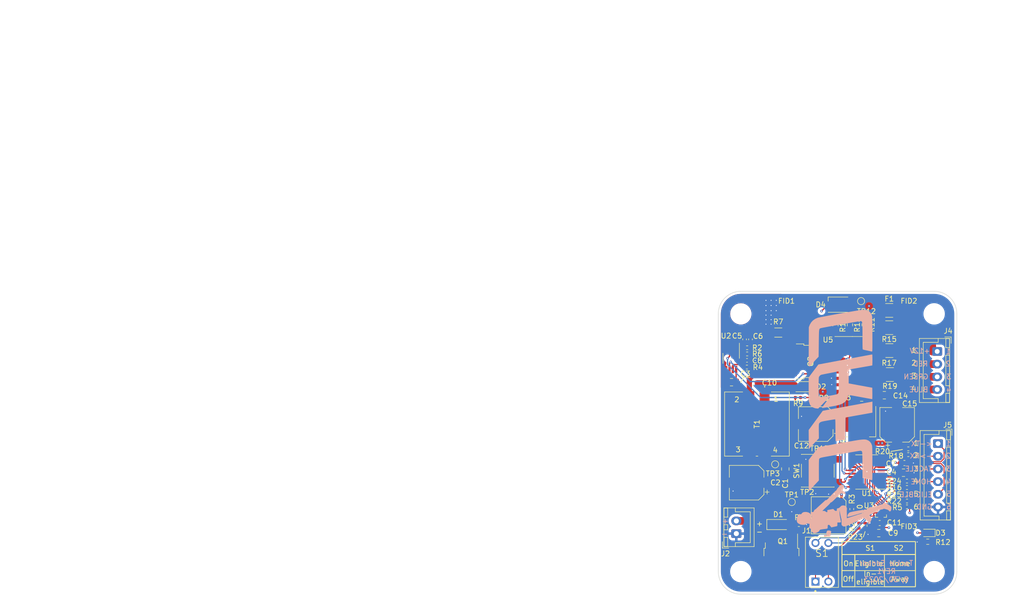
<source format=kicad_pcb>
(kicad_pcb (version 20211014) (generator pcbnew)
  (title_block (title "Tackle Sensor") (date "2023-08-31") (rev "REV1"))
  (layers (0 "F.Cu" signal) (1 "In1.Cu" signal) (2 "In2.Cu" signal) (31 "B.Cu" signal) (34 "B.Paste" user) (35 "F.Paste" user) (36 "B.SilkS" user "B.Silkscreen") (37 "F.SilkS" user "F.Silkscreen") (38 "B.Mask" user) (39 "F.Mask" user) (44 "Edge.Cuts" user))
  (net 0 "")
  (net 1 "GND")
  (net 2 "Net-(F1-Pad2)")
  (net 3 "Net-(J2-Pad2)")
  (net 4 "+3V3")
  (net 5 "/SWDIO")
  (net 6 "Net-(C8-Pad1)")
  (net 7 "Net-(C6-Pad1)")
  (net 8 "Net-(R4-Pad1)")
  (net 9 "+12V")
  (net 10 "/SWCLK")
  (net 11 "R_PWM")
  (net 12 "G_PWM")
  (net 13 "B_PWM")
  (net 14 "TACKLE_STATUS")
  (net 15 "/RST")
  (net 16 "Net-(R11-Pad2)")
  (net 17 "Net-(D3-Pad1)")
  (net 18 "UART_TX")
  (net 19 "/SPI1_SCK")
  (net 20 "/SPI1_NSS")
  (net 21 "/SPI1_MISO")
  (net 22 "/SPI1_MOSI")
  (net 23 "/ACC_INT2")
  (net 24 "/ACC_INT1")
  (net 25 "UART_RX")
  (net 26 "Net-(C2-Pad1)")
  (net 28 "Net-(C5-Pad1)")
  (net 29 "Net-(C10-Pad1)")
  (net 30 "Net-(C10-Pad2)")
  (net 31 "Net-(D1-Pad2)")
  (net 32 "Net-(D4-Pad1)")
  (net 33 "Net-(D4-Pad3)")
  (net 34 "Net-(D4-Pad4)")
  (net 38 "Net-(J4-Pad2)")
  (net 39 "Net-(J4-Pad3)")
  (net 40 "Net-(J4-Pad4)")
  (net 41 "Net-(Q2-Pad1)")
  (net 42 "Net-(Q2-Pad2)")
  (net 43 "Net-(J5-Pad1)")
  (net 44 "Net-(R10-Pad1)")
  (net 45 "Net-(R13-Pad2)")
  (net 46 "Net-(R14-Pad2)")
  (net 47 "Net-(R15-Pad2)")
  (net 48 "Net-(R17-Pad2)")
  (net 49 "Net-(R19-Pad2)")
  (net 50 "Net-(J5-Pad3)")
  (net 52 "Net-(J5-Pad4)")
  (net 53 "ELIGIBLE_SELECT")
  (net 54 "HOME_SELECT")
  (net 55 "Net-(R8-Pad2)")
  (net 56 "Net-(R23-Pad1)")
  (net 57 "Net-(R21-Pad1)")
  (net 58 "Net-(J5-Pad5)")
  (net 59 "Net-(J5-Pad2)")
  (footprint "Resistor_SMD:R_0603_1608Metric" (layer "F.Cu") (at 179.832 79.185 -90)
    (fp_text reference "R14")
    (fp_text value "1k,1%,25mW")
  )
  (footprint "Package_SO:VSSOP-8_3.0x3.0mm_P0.65mm" (layer "F.Cu") (at 159.2757 85.7902 -90)
    (fp_text reference "U2")
    (fp_text value "LM3488")
  )
  (footprint "Fiducial:Fiducial_0.5mm_Mask1.5mm" (layer "F.Cu") (at 194.31 76.2)
    (fp_text reference "FID2")
    (fp_text value "Fiducial")
  )
  (footprint "MountingHole:MountingHole_3.2mm_M3" (layer "F.Cu") (at 161.1807 127.8272)
    (fp_text reference "H3" hide)
    (fp_text value "MountingHole")
  )
  (footprint "Resistor_SMD:R_0402_1005Metric" (layer "F.Cu") (at 193.923 111.252)
    (fp_text reference "R16")
    (fp_text value "220,1%,63mW")
  )
  (footprint "rfc_footprint_lib:20021121-00010C4LF" (layer "F.Cu") (at 178.478104 116.727402 180)
    (fp_text reference "J1")
    (fp_text value "Conn_ARM_JTAG_SWD_10")
  )
  (footprint "TestPoint:TestPoint_Pad_D1.0mm" (layer "F.Cu") (at 171.2137 114.1112)
    (fp_text reference "TP1")
    (fp_text value "TestPoint")
  )
  (footprint "MountingHole:MountingHole_3.2mm_M3" (layer "F.Cu") (at 199.2807 127.8272)
    (fp_text reference "H4" hide)
    (fp_text value "MountingHole")
  )
  (footprint "Resistor_SMD:R_1206_3216Metric" (layer "F.Cu") (at 168.5614 80.7102 180)
    (fp_text reference "R7")
    (fp_text value "25mOhm,1%,500mW")
  )
  (footprint "Fiducial:Fiducial_0.5mm_Mask1.5mm" (layer "F.Cu") (at 194.31 120.65)
    (fp_text reference "FID3")
    (fp_text value "Fiducial")
  )
  (footprint "Resistor_SMD:R_0402_1005Metric" (layer "F.Cu") (at 172.6127 118.5562)
    (fp_text reference "R1")
    (fp_text value "10k,1%,63mW")
  )
  (footprint "Capacitor_SMD:C_0603_1608Metric" (layer "F.Cu") (at 188.5495 118.2514 180)
    (fp_text reference "C11")
    (fp_text value "1uF, 50V")
  )
  (footprint "Resistor_SMD:R_1210_3225Metric" (layer "F.Cu") (at 190.5578 88.9906 180)
    (fp_text reference "R19")
    (fp_text value "0,0.5W")
  )
  (footprint "Resistor_SMD:R_1210_3225Metric" (layer "F.Cu") (at 190.4562 84.2662 180)
    (fp_text reference "R17")
    (fp_text value "0,0.5W")
  )
  (footprint "Fiducial:Fiducial_0.5mm_Mask1.5mm" (layer "F.Cu") (at 170.18 76.2)
    (fp_text reference "FID1")
    (fp_text value "Fiducial")
  )
  (footprint "Package_LGA:LGA-12_2x2mm_P0.5mm" (layer "F.Cu") (at 188.7905 116.0162 -90)
    (fp_text reference "U3")
    (fp_text value "LIS2DE12")
  )
  (footprint "Capacitor_SMD:C_0603_1608Metric" (layer "F.Cu") (at 193.421 106.426)
    (fp_text reference "C7")
    (fp_text value "1uF, 50V")
  )
  (footprint "Connector_JST:JST_XH_B2B-XH-A_1x02_P2.50mm_Vertical" (layer "F.Cu") (at 160.2917 120.3342 90)
    (fp_text reference "J2")
    (fp_text value "Conn_01x02_Male")
  )
  (footprint "Resistor_SMD:R_0603_1608Metric" (layer "F.Cu") (at 198.0184 121.9322 180)
    (fp_text reference "R12")
    (fp_text value "1k,1%,25mW")
  )
  (footprint "Capacitor_SMD:C_0805_2012Metric" (layer "F.Cu") (at 159.3417 90.4892 180)
    (fp_text reference "C3")
    (fp_text value "100nF, 50V")
  )
  (footprint "Capacitor_SMD:CP_Elec_6.3x5.8" (layer "F.Cu") (at 162.3237 110.3012 180)
    (fp_text reference "C2")
    (fp_text value "10uF, 50V")
  )
  (footprint "Resistor_SMD:R_0402_1005Metric" (layer "F.Cu") (at 183.0501 115.5062 -90)
    (fp_text reference "R3")
    (fp_text value "10k,1%,63mW")
  )
  (footprint "Resistor_SMD:R_0402_1005Metric" (layer "F.Cu") (at 194.183 103.632)
    (fp_text reference "R20")
    (fp_text value "220,1%,63mW")
  )
  (footprint "Resistor_SMD:R_0603_1608Metric" (layer "F.Cu") (at 185.5724 79.185 -90)
    (fp_text reference "R11")
    (fp_text value "1k,1%,25mW")
  )
  (footprint "Resistor_SMD:R_0402_1005Metric" (layer "F.Cu") (at 162.3725 87.5174)
    (fp_text reference "R4")
    (fp_text value "56.2k,1%,63mW")
  )
  (footprint "rfc_footprint_lib:test_point" (layer "F.Cu") (at 188.7397 114.1874)
    (fp_text reference "TP11" hide)
    (fp_text value "TestPoint")
  )
  (footprint "Capacitor_SMD:CP_Elec_6.3x5.8" (layer "F.Cu") (at 191.9909 98.8966 90)
    (fp_text reference "C15")
    (fp_text value "10uF, 50V")
  )
  (footprint "Button_Switch_SMD:SW_SPST_PTS645" (layer "F.Cu") (at 176.3445 107.939 180)
    (fp_text reference "SW1")
    (fp_text value "PTS645SL43SMTR92 LFS")
  )
  (footprint "Package_SO:TSSOP-20_4.4x6.5mm_P0.65mm" (layer "F.Cu") (at 185.9965 108.193 180)
    (fp_text reference "U1")
    (fp_text value "STM32G031Fx")
  )
  (footprint "Resistor_SMD:R_0402_1005Metric" (layer "F.Cu") (at 194.183 104.775)
    (fp_text reference "R18")
    (fp_text value "220,1%,63mW")
  )
  (footprint "Capacitor_SMD:C_0805_2012Metric" (layer "F.Cu") (at 188.3689 120.2326 180)
    (fp_text reference "C9")
    (fp_text value "100nF, 50V")
  )
  (footprint "Package_SO:SOIC-16_3.9x9.9mm_P1.27mm" (layer "F.Cu") (at 183.1517 86.5522)
    (fp_text reference "U5")
    (fp_text value "ULN2003ADR")
  )
  (footprint "rfc_footprint_lib:test_point" (layer "F.Cu") (at 188.4857 113.3746)
    (fp_text reference "TP13" hide)
    (fp_text value "TestPoint")
  )
  (footprint "rfc_footprint_lib:test_point" (layer "F.Cu") (at 187.1141 113.2222)
    (fp_text reference "TP8" hide)
    (fp_text value "TestPoint")
  )
  (footprint "Resistor_SMD:R_0402_1005Metric" (layer "F.Cu") (at 172.4309 93.5118 180)
    (fp_text reference "R9")
    (fp_text value "10k,1%,63mW")
  )
  (footprint "Resistor_SMD:R_0402_1005Metric" (layer "F.Cu") (at 162.4233 83.7022)
    (fp_text reference "R2")
    (fp_text value "634,.1%,63mW")
  )
  (footprint "Resistor_SMD:R_0402_1005Metric" (layer "F.Cu") (at 193.931 113.919 180)
    (fp_text reference "R22")
    (fp_text value "100k,1%,63mW")
  )
  (footprint "Resistor_SMD:R_0402_1005Metric" (layer "F.Cu") (at 185.674 118.7724 90)
    (fp_text reference "R23")
    (fp_text value "10k,1%,63mW")
  )
  (footprint "rfc_footprint_lib:DRQ125-150-R" (layer "F.Cu") (at 164.3557 98.7442 -90)
    (fp_text reference "T1")
    (fp_text value "DRQ125-330-R" hide)
  )
  (footprint "Resistor_SMD:R_0402_1005Metric" (layer "F.Cu") (at 175.3773 93.5118 180)
    (fp_text reference "R8")
    (fp_text value "84.5k,1%,63mW")
  )
  (footprint "Resistor_SMD:R_0402_1005Metric" (layer "F.Cu") (at 193.931 115.062 180)
    (fp_text reference "R5")
    (fp_text value "100k,1%,63mW")
  )
  (footprint "Package_TO_SOT_SMD:TO-252-2" (layer "F.Cu") (at 169.1827 125.7032 -90)
    (fp_text reference "Q1")
    (fp_text value "DMP4051LK3")
  )
  (footprint "Capacitor_SMD:C_0402_1005Metric" (layer "F.Cu") (at 163.0857 82.0538 90)
    (fp_text reference "C6")
    (fp_text value "0.22uF,10%,35V")
  )
  (footprint "Resistor_SMD:R_0603_1608Metric" (layer "F.Cu") (at 182.6768 79.185 -90)
    (fp_text reference "R13")
    (fp_text value "1k,1%,25mW")
  )
  (footprint "rfc_footprint_lib:SW_DS01-254-L-02BE" (layer "F.Cu") (at 177.165 125.984)
    (fp_text reference "S1")
    (fp_text value "DS01-254-L-02BE")
  )
  (footprint "Resistor_SMD:R_0402_1005Metric" (layer "F.Cu") (at 184.4548 118.7704 90)
    (fp_text reference "R21")
    (fp_text value "10k,1%,63mW")
  )
  (footprint "Capacitor_SMD:C_0402_1005Metric" (layer "F.Cu") (at 162.3973 86.1914)
    (fp_text reference "C8")
    (fp_text value "1nF, 50V")
  )
  (footprint "LED_SMD:LED_0603_1608Metric" (layer "F.Cu") (at 197.9929 120.205 180)
    (fp_text reference "D3")
    (fp_text value "LED")
  )
  (footprint "Resistor_SMD:R_0402_1005Metric" (layer "F.Cu") (at 162.4253 84.9214)
    (fp_text reference "R6")
    (fp_text value "100,1%,63mW")
  )
  (footprint "Capacitor_SMD:C_0402_1005Metric" (layer "F.Cu") (at 161.9173 82.0538 90)
    (fp_text reference "C5")
    (fp_text value "2200pF,10%,50V")
  )
  (footprint "Connector_JST:JST_XH_B6B-XH-A_1x06_P2.50mm_Vertical" (layer "F.Cu") (at 200.042 102.589 -90)
    (fp_text reference "J5")
    (fp_text value "Conn_01x06_Male")
  )
  (footprint "Connector_JST:JST_XH_B4B-XH-A_1x04_P2.50mm_Vertical" (layer "F.Cu") (at 199.8819 84.4332 -90)
    (fp_text reference "J4")
    (fp_text value "Conn_01x04_Male")
  )
  (footprint "Capacitor_SMD:C_0603_1608Metric" (layer "F.Cu") (at 163.6315 90.6162 180)
    (fp_text reference "C10")
    (fp_text value "1uF, 50V")
  )
  (footprint "Package_TO_SOT_SMD:SOT-223-3_TabPin2" (layer "F.Cu") (at 184.3709 99.3538 -90)
    (fp_text reference "U4")
    (fp_text value "LD1117S33TR_SOT223")
  )
  (footprint "Capacitor_SMD:C_0805_2012Metric" (layer "F.Cu") (at 189.4661 93.0546)
    (fp_text reference "C14")
    (fp_text value "100nF, 50V")
  )
  (footprint "Capacitor_SMD:CP_Elec_6.3x5.9" (layer "F.Cu") (at 175.9381 98.7442 180)
    (fp_text reference "C12")
    (fp_text value "22uF, 20V")
  )
  (footprint "Capacitor_SMD:C_0805_2012Metric" (layer "F.Cu") (at 184.9957 93.5118)
    (fp_text reference "C13")
    (fp_text value "100nF, 50V")
  )
  (footprint "rfc_footprint_lib:test_point" (layer "F.Cu") (at 174.2617 112.6634)
    (fp_text reference "TP2")
    (fp_text value "TestPoint")
  )
  (footprint "rfc_footprint_lib:test_point" (layer "F.Cu") (at 187.7745 114.289)
    (fp_text reference "TP10" hide)
    (fp_text value "TestPoint")
  )
  (footprint "Package_TO_SOT_SMD:TO-252-2" (layer "F.Cu") (at 171.1279 86.3988 180)
    (fp_text reference "Q2")
    (fp_text value "NCE0110K")
  )
  (footprint "rfc_footprint_lib:test_point" (layer "F.Cu") (at 189.9081 113.9842)
    (fp_text reference "TP14" hide)
    (fp_text value "TestPoint")
  )
  (footprint "Capacitor_SMD:C_0805_2012Metric" (layer "F.Cu") (at 193.233 108.331)
    (fp_text reference "C4")
    (fp_text value "100nF, 50V")
  )
  (footprint "Resistor_SMD:R_0402_1005Metric" (layer "F.Cu") (at 193.923 109.982)
    (fp_text reference "R24")
    (fp_text value "220,1%,63mW")
  )
  (footprint "MountingHole:MountingHole_3.2mm_M3" (layer "F.Cu") (at 199.2807 77.0272)
    (fp_text reference "H2" hide)
    (fp_text value "MountingHole")
  )
  (footprint "Diode_SMD:D_SOD-123" (layer "F.Cu") (at 168.5467 118.5562)
    (fp_text reference "D1")
    (fp_text value "BZT52-B15_R1_00001")
  )
  (footprint "Resistor_SMD:R_0402_1005Metric" (layer "F.Cu") (at 186.182 116.3808 -90)
    (fp_text reference "R10")
    (fp_text value "0,63mW")
  )
  (footprint "TestPoint:TestPoint_Pad_D1.0mm" (layer "F.Cu") (at 167.9448 106.68)
    (fp_text reference "TP3")
    (fp_text value "TestPoint")
  )
  (footprint "LED_SMD:LED_Cree-PLCC4_3.2x2.8mm_CCW" (layer "F.Cu") (at 180.34 75.2094)
    (fp_text reference "D4")
    (fp_text value "CLV1A-FKB-CK1VW1DE1BB7C3C3")
  )
  (footprint "Resistor_SMD:R_0402_1005Metric" (layer "F.Cu") (at 193.927 112.522)
    (fp_text reference "R25")
    (fp_text value "220,1%,63mW")
  )
  (footprint "Resistor_SMD:R_1210_3225Metric" (layer "F.Cu") (at 190.4268 79.745 180)
    (fp_text reference "R15")
    (fp_text value "0,0.5W")
  )
  (footprint "MountingHole:MountingHole_3.2mm_M3" (layer "F.Cu") (at 161.1807 77.0272)
    (fp_text reference "H1" hide)
    (fp_text value "MountingHole")
  )
  (footprint "Resistor_SMD:R_1210_3225Metric" (layer "F.Cu") (at 190.4268 76.3414)
    (fp_text reference "F1")
    (fp_text value "1210L075YR")
  )
  (footprint "rfc_footprint_lib:test_point" (layer "F.Cu") (at 186.4029 113.6286)
    (fp_text reference "TP9" hide)
    (fp_text value "TestPoint")
  )
  (footprint "TestPoint:TestPoint_Pad_D1.0mm" (layer "F.Cu") (at 179.578 103.505)
    (fp_text reference "TP15")
    (fp_text value "TestPoint")
  )
  (footprint "Capacitor_SMD:C_0805_2012Metric" (layer "F.Cu") (at 169.9437 107.5986 90)
    (fp_text reference "C1")
    (fp_text value "100nF, 50V")
  )
  (footprint "Diode_SMD:D_SOD-123F" (layer "F.Cu") (at 173.6745 91.3782 180)
    (fp_text reference "D2")
    (fp_text value "DSK34")
  )
  (footprint "TestPoint:TestPoint_Pad_D1.0mm" (layer "F.Cu") (at 184.8789 74.5126)
    (fp_text reference "TP12")
    (fp_text value "TestPoint")
  )
  (footprint "rfc_footprint_lib:new_logo_mask" (layer "B.Cu") (at 181.24138 99.00028 -90)
    (fp_text reference "G***")
    (fp_text value "LOGO" hide)
  )
  (footprint "rfc_footprint_lib:new_logo_silk" (layer "B.Cu") (at 181.24138 99.00028 -90)
    (fp_text reference "G***")
    (fp_text value "LOGO" hide)
  )
  (gr_rect (start 183.642 127.635) (end 181.102 130.81) (layer "F.SilkS") (width 0.155) (fill none))
  (gr_rect (start 195.58 130.81) (end 189.484 124.46) (layer "F.SilkS") (width 0.155) (fill none))
  (gr_rect (start 181.102 121.92) (end 195.58 124.46) (layer "F.SilkS") (width 0.155) (fill none))
  (gr_rect (start 183.642 127.635) (end 181.102 124.46) (layer "F.SilkS") (width 0.155) (fill none))
  (gr_line (start 162.9841 89.5494) (end 161.6633 89.5494) (layer "F.SilkS") (width 0.155))
  (gr_line (start 161.6633 89.5494) (end 161.1553 90.5654) (layer "F.SilkS") (width 0.155))
  (gr_rect (start 181.102 121.92) (end 195.58 130.81) (layer "F.SilkS") (width 0.155) (fill none))
  (gr_line (start 190.754 104.14) (end 193.04 103.759) (layer "F.SilkS") (width 0.155))
  (gr_rect (start 183.642 124.46) (end 195.58 127.635) (layer "F.SilkS") (width 0.155) (fill none))
  (gr_line (start 185.3184 121.0056) (end 185.674 119.9388) (layer "F.SilkS") (width 0.155))
  (gr_line (start 203.757602 77.0272) (end 203.757602 127.8272) (layer "Edge.Cuts") (width 0.1))
  (gr_arc (start 156.7357 77.0272) (mid 158.03761 73.88411) (end 161.1807 72.5822) (layer "Edge.Cuts") (width 0.1))
  (gr_line (start 199.312602 132.2722) (end 161.1807 132.2722) (layer "Edge.Cuts") (width 0.1))
  (gr_arc (start 199.312602 72.5822) (mid 202.455692 73.88411) (end 203.757602 77.0272) (layer "Edge.Cuts") (width 0.1))
  (gr_line (start 156.7357 127.8272) (end 156.7357 77.0272) (layer "Edge.Cuts") (width 0.1))
  (gr_line (start 161.1807 72.5822) (end 199.312602 72.5822) (layer "Edge.Cuts") (width 0.1))
  (gr_arc (start 203.757602 127.8272) (mid 202.455692 130.97029) (end 199.312602 132.2722) (layer "Edge.Cuts") (width 0.1))
  (gr_arc (start 161.1807 132.2722) (mid 158.03761 130.97029) (end 156.7357 127.8272) (layer "Edge.Cuts") (width 0.1))
  (gr_text "HOME" (at 196.723 110.109) (layer "B.SilkS") (effects (font (size 1 1)) (justify mirror)))
  (gr_text "4" (at 202.184 91.948) (layer "B.SilkS") (effects (font (size 1.016 1.016) (thickness 0.1524)) (justify mirror)))
  (gr_text "<-TX" (at 196.85 102.616) (layer "B.SilkS") (effects (font (size 1 1)) (justify mirror)))
  (gr_text "GND" (at 197.358 115.062) (layer "B.SilkS") (effects (font (size 1 1)) (justify mirror)))
  (gr_text "Tackle Sensor\nREV1\n8/30/2023\n" (at 189.865 127.762) (layer "B.SilkS") (effects (font (size 1 1)) (justify mirror)))
  (gr_text "3" (at 202.184 89.408) (layer "B.SilkS") (effects (font (size 1.016 1.016) (thickness 0.1524)) (justify mirror)))
  (gr_text "TACKLE" (at 196.215 107.569) (layer "B.SilkS") (effects (font (size 1 1)) (justify mirror)))
  (gr_text "6" (at 202.184 115.062) (layer "B.SilkS") (effects (font (size 1.016 1.016) (thickness 0.1524)) (justify mirror)))
  (gr_text "3" (at 202.184 107.569) (layer "B.SilkS") (effects (font (size 1.016 1.016) (thickness 0.1524)) (justify mirror)))
  (gr_text "+" (at 158.115 117.856) (layer "B.SilkS") (effects (font (size 1.016 1.016) (thickness 0.1524)) (justify mirror)))
  (gr_text "-" (at 157.988 120.396) (layer "B.SilkS") (effects (font (size 1.016 1.016) (thickness 0.1524)) (justify mirror)))
  (gr_text "2" (at 202.057 105.029) (layer "B.SilkS") (effects (font (size 1.016 1.016) (thickness 0.1524)) (justify mirror)))
  (gr_text "+12V" (at 196.469 84.328) (layer "B.SilkS") (effects (font (size 1 1)) (justify mirror)))
  (gr_text "GREEN" (at 195.707 89.408) (layer "B.SilkS") (effects (font (size 1 1)) (justify mirror)))
  (gr_text "2" (at 202.057 86.868) (layer "B.SilkS") (effects (font (size 1.016 1.016) (thickness 0.1524)) (justify mirror)))
  (gr_text "4" (at 202.184 110.109) (layer "B.SilkS") (effects (font (size 1.016 1.016) (thickness 0.1524)) (justify mirror)))
  (gr_text "5" (at 202.184 112.522) (layer "B.SilkS") (effects (font (size 1.016 1.016) (thickness 0.1524)) (justify mirror)))
  (gr_text "ELIGIBLE" (at 195.707 112.649) (layer "B.SilkS") (effects (font (size 1 1)) (justify mirror)))
  (gr_text "1" (at 202.057 84.455) (layer "B.SilkS") (effects (font (size 1.016 1.016) (thickness 0.1524)) (justify mirror)))
  (gr_text "RED" (at 196.596 86.868) (layer "B.SilkS") (effects (font (size 1 1)) (justify mirror)))
  (gr_text "BLUE" (at 196.215 91.948) (layer "B.SilkS") (effects (font (size 1 1)) (justify mirror)))
  (gr_text "1" (at 202.057 102.616) (layer "B.SilkS") (effects (font (size 1.016 1.016) (thickness 0.1524)) (justify mirror)))
  (gr_text "->RX" (at 196.723 105.029) (layer "B.SilkS") (effects (font (size 1 1)) (justify mirror)))
  (gr_text "S1" (at 186.69 123.19) (layer "F.SilkS") (effects (font (size 1 1))))
  (gr_text "3" (at 195.707 107.569) (layer "F.SilkS") (effects (font (size 1 1))))
  (gr_text "Off" (at 182.372 129.286) (layer "F.SilkS") (effects (font (size 1 1))))
  (gr_text "5" (at 195.707 112.522) (layer "F.SilkS") (effects (font (size 1 1))))
  (gr_text "4" (at 195.707 109.982) (layer "F.SilkS") (effects (font (size 1 1))))
  (gr_text "3" (at 160.6473 103.7734) (layer "F.SilkS") (effects (font (size 1 1))))
  (gr_text "4" (at 167.9625 103.875) (layer "F.SilkS") (effects (font (size 1 1))))
  (gr_text "6" (at 195.707 115.062) (layer "F.SilkS") (effects (font (size 1 1))))
  (gr_text "Home" (at 192.532 126.238) (layer "F.SilkS") (effects (font (size 1 1))))
  (gr_text "2" (at 195.2929 86.7046) (layer "F.SilkS") (effects (font (size 1 1))))
  (gr_text "S2" (at 192.278 123.19) (layer "F.SilkS") (effects (font (size 1 1))))
  (gr_text "In-\neligible" (at 186.69 129.032) (layer "F.SilkS") (effects (font (size 1 1))))
  (gr_text "3" (at 195.2929 89.2446) (layer "F.SilkS") (effects (font (size 1 1))))
  (gr_text "On" (at 182.372 126.238) (layer "F.SilkS") (effects (font (size 1 1))))
  (gr_text "Away" (at 192.532 129.286) (layer "F.SilkS") (effects (font (size 1 1))))
  (gr_text "4" (at 195.2929 91.7846) (layer "F.SilkS") (effects (font (size 1 1))))
  (gr_text "1" (at 195.2929 84.1646) (layer "F.SilkS") (effects (font (size 1 1))))
  (gr_text "2" (at 160.3933 93.9182) (layer "F.SilkS") (effects (font (size 1 1))))
  (gr_text "-\n+" (at 164.8637 119.3182 180) (layer "F.SilkS") (effects (font (size 1 1))))
  (gr_text "1" (at 168.1149 93.8166) (layer "F.SilkS") (effects (font (size 1 1))))
  (gr_text "Eligible" (at 186.436 126.238) (layer "F.SilkS") (effects (font (size 1 1))))
  (gr_text "2" (at 195.707 104.902) (layer "F.SilkS") (effects (font (size 1 1))))
  (gr_text "1" (at 195.707 102.489) (layer "F.SilkS") (effects (font (size 1 1))))
  (segment (start 189.7117 96.1966) (end 189.7045 96.2038) (width 1.016) (layer "F.Cu") (net 1))
  (segment (start 162.8557 107.0692) (end 159.6237 110.3012) (width 1.524) (layer "F.Cu") (net 1))
  (segment (start 180.6767 90.9972) (end 179.1131 90.9972) (width 0.508) (layer "F.Cu") (net 1))
  (segment (start 191.9909 96.1966) (end 189.7117 96.1966) (width 1.016) (layer "F.Cu") (net 1))
  (segment (start 187.5245 116.2662) (end 187.3681 116.4226) (width 0.2286) (layer "F.Cu") (net 1))
  (segment (start 186.6569 118.2514) (end 185.685 118.2514) (width 0.2) (layer "F.Cu") (net 1))
  (segment (start 173.1381 98.7442) (end 173.1381 97.2262) (width 1.016) (layer "F.Cu") (net 1))
  (segment (start 181.828089 116.218211) (end 180.368911 116.218211) (width 0.2286) (layer "F.Cu") (net 1))
  (segment (start 187.4702 117.1343) (end 187.4702 116.7787) (width 0.2286) (layer "F.Cu") (net 1))
  (segment (start 187.4702 116.7787) (end 188.0405 116.7787) (width 0.2286) (layer "F.Cu") (net 1))
  (segment (start 184.4568 118.2624) (end 184.4548 118.2604) (width 0.2) (layer "F.Cu") (net 1))
  (segment (start 183.0501 114.9962) (end 181.828089 116.218211) (width 0.2286) (layer "F.Cu") (net 1))
  (segment (start 178.4781 114.7774) (end 178.4781 112.5618) (width 0.508) (layer "F.Cu") (net 1))
  (segment (start 187.7745 118.2514) (end 186.7077 118.2514) (width 0.2286) (layer "F.Cu") (net 1))
  (segment (start 159.6237 111.9192) (end 159.6567 111.9522) (width 1.016) (layer "F.Cu") (net 1))
  (segment (start 195.9986 121.9322) (end 195.9478 121.983) (width 0.2286) (layer "F.Cu") (net 1))
  (segment (start 173.1381 97.2262) (end 173.1441 97.2202) (width 1.016) (layer "F.Cu") (net 1))
  (segment (start 187.4702 116.7787) (end 187.3581 116.8908) (width 0.2) (layer "F.Cu") (net 1))
  (segment (start 187.3681 116.6766) (end 187.4702 116.7787) (width 0.2286) (layer "F.Cu") (net 1))
  (segment (start 186.2505 120.4358) (end 186.2505 120.4866) (width 0.2286) (layer "F.Cu") (net 1))
  (segment (start 186.6709 96.2038) (end 189.7045 96.2038) (width 1.016) (layer "F.Cu") (net 1))
  (segment (start 194.196 106.426) (end 194.196 108.318) (width 0.2286) (layer "F.Cu") (net 1))
  (segment (start 172.3645 105.689) (end 173.9209 105.689) (width 0.508) (layer "F.Cu") (net 1))
  (segment (start 162.8773 86.1914) (end 162.8773 87.5122) (width 0.254) (layer "F.Cu") (net 1))
  (segment (start 180.368911 116.218211) (end 179.7481 115.5974) (width 0.2286) (layer "F.Cu") (net 1))
  (segment (start 171.4049 106.6486) (end 172.3645 105.689) (width 0.508) (layer "F.Cu") (net 1))
  (segment (start 194.183 108.331) (end 195.326 108.331) (width 0.2286) (layer "F.Cu") (net 1))
  (segment (start 194.196 106.426) (end 195.199 106.426) (width 0.2286) (layer "F.Cu") (net 1))
  (segment (start 169.9437 106.6486) (end 171.4049 106.6486) (width 0.508) (layer "F.Cu") (net 1))
  (segment (start 162.8557 104.0655) (end 162.8557 107.0692) (width 1.524) (layer "F.Cu") (net 1))
  (segment (start 186.4537 120.2326) (end 186.2505 120.4358) (width 0.2286) (layer "F.Cu") (net 1))
  (segment (start 187.4189 120.2326) (end 186.4537 120.2326) (width 0.2286) (layer "F.Cu") (net 1))
  (segment (start 186.6709 96.2038) (end 186.6709 94.237) (width 1.016) (layer "F.Cu") (net 1))
  (segment (start 179.7481 112.511) (end 179.5957 112.511) (width 0.508) (layer "F.Cu") (net 1))
  (segment (start 171.9209 93.5118) (end 171.9209 95.997) (width 0.254) (layer "F.Cu") (net 1))
  (segment (start 180.3245 105.689) (end 173.9929 105.689) (width 0.508) (layer "F.Cu") (net 1))
  (segment (start 188.5405 116.7787) (end 188.0405 116.7787) (width 0.2286) (layer "F.Cu") (net 1))
  (segment (start 190.4161 93.0546) (end 190.4161 95.4922) (width 1.016) (layer "F.Cu") (net 1))
  (segment (start 186.6709 94.237) (end 185.9457 93.5118) (width 1.016) (layer "F.Cu") (net 1))
  (segment (start 190.1113 108.5994) (end 190.1621 108.5994) (width 0.2286) (layer "F.Cu") (net 1))
  (segment (start 163.9949 86.1914) (end 164.0001 86.1966) (width 0.254) (layer "F.Cu") (net 1))
  (segment (start 171.2137 114.1112) (end 171.2137 116.0162) (width 1.016) (layer "F.Cu") (net 1))
  (segment (start 185.685 118.2514) (end 185.674 118.2624) (width 0.2) (layer "F.Cu") (net 1))
  (segment (start 173.1227 118.5562) (end 174.1347 118.5562) (width 0.254) (layer "F.Cu") (net 1))
  (segment (start 188.859 108.518) (end 190.0299 108.518) (width 0.2286) (layer "F.Cu") (net 1))
  (segment (start 186.7077 118.2514) (end 186.6569 118.2514) (width 0.2286) (layer "F.Cu") (net 1))
  (segment (start 197.1934 121.9322) (end 195.9986 121.9322) (width 0.2286) (layer "F.Cu") (net 1))
  (segment (start 187.7745 117.4386) (end 187.4702 117.1343) (width 0.2286) (layer "F.Cu") (net 1))
  (segment (start 159.6237 110.3012) (end 159.6237 111.9192) (width 1.016) (layer "F.Cu") (net 1))
  (segment (start 179.7481 114.7774) (end 179.7481 112.511) (width 0.508) (layer "F.Cu") (net 1))
  (segment (start 194.196 108.318) (end 194.183 108.331) (width 0.2286) (layer "F.Cu") (net 1))
  (segment (start 187.3681 116.4226) (end 187.3681 116.6766) (width 0.2286) (layer "F.Cu") (net 1))
  (segment (start 171.9209 95.997) (end 173.1441 97.2202) (width 0.254) (layer "F.Cu") (net 1))
  (segment (start 188.028 116.2662) (end 187.5245 116.2662) (width 0.2286) (layer "F.Cu") (net 1))
  (segment (start 187.3581 116.8908) (end 186.182 116.8908) (width 0.2) (layer "F.Cu") (net 1))
  (segment (start 187.4189 120.2326) (end 187.4189 118.607) (width 0.2286) (layer "F.Cu") (net 1))
  (segment (start 180.6767 89.7272) (end 179.0623 89.7272) (width 0.508) (layer "F.Cu") (net 1))
  (segment (start 187.7745 118.2514) (end 187.7745 117.4386) (width 0.2286) (layer "F.Cu") (net 1))
  (segment (start 190.4161 95.4922) (end 189.7117 96.1966) (width 1.016) (layer "F.Cu") (net 1))
  (segment (start 187.4189 118.607) (end 187.7745 118.2514) (width 0.2286) (layer "F.Cu") (net 1))
  (segment (start 190.0299 108.518) (end 190.1113 108.5994) (width 0.2286) (layer "F.Cu") (net 1))
  (segment (start 179.7481 115.5974) (end 179.7481 114.7774) (width 0.2286) (layer "F.Cu") (net 1))
  (segment (start 175.9381 114.7774) (end 175.9381 112.4602) (width 0.508) (layer "F.Cu") (net 1))
  (segment (start 162.8773 86.1914) (end 163.9949 86.1914) (width 0.254) (layer "F.Cu") (net 1))
  (segment (start 179.1131 90.9972) (end 179.0877 90.9718) (width 0.508) (layer "F.Cu") (net 1))
  (segment (start 162.8773 87.5122) (end 162.8825 87.5174) (width 0.254) (layer "F.Cu") (net 1))
  (segment (start 185.674 118.2624) (end 184.4568 118.2624) (width 0.2) (layer "F.Cu") (net 1))
  (segment (start 179.0623 89.7272) (end 179.0369 89.7018) (width 0.508) (layer "F.Cu") (net 1))
  (via (at 195.326 108.331) (size 0.5) (drill 0.2) (layers "F.Cu" "B.Cu") (net 1))
  (via (at 164.0001 86.1966) (size 0.5) (drill 0.2) (layers "F.Cu" "B.Cu") (net 1))
  (via (at 167.1497 78.1702) (size 0.5) (drill 0.2) (layers "F.Cu" "B.Cu") (net 1))
  (via (at 179.0877 90.9718) (size 0.5) (drill 0.2) (layers "F.Cu" "B.Cu") (net 1))
  (via (at 166.1337 77.2812) (size 0.5) (drill 0.2) (layers "F.Cu" "B.Cu") (net 1))
  (via (at 167.1497 76.3922) (size 0.5) (drill 0.2) (layers "F.Cu" "B.Cu") (net 1))
  (via (at 175.9381 112.4602) (size 0.5) (drill 0.2) (layers "F.Cu" "B.Cu") (net 1))
  (via (at 173.1441 97.2202) (size 0.5) (drill 0.2) (layers "F.Cu" "B.Cu") (net 1))
  (via (at 168.1657 76.3922) (size 0.5) (drill 0.2) (layers "F.Cu" "B.Cu") (net 1))
  (via (at 186.6569 118.2514) (size 0.5) (drill 0.2) (layers "F.Cu" "B.Cu") (net 1))
  (via (at 179.5957 112.511) (size 0.5) (drill 0.2) (layers "F.Cu" "B.Cu") (net 1))
  (via (at 166.1337 78.1702) (size 0.5) (drill 0.2) (layers "F.Cu" "B.Cu") (net 1))
  (via (at 173.9929 105.689) (size 0.5) (drill 0.2) (layers "F.Cu" "B.Cu") (net 1))
  (via (at 166.1337 74.3602) (size 0.5) (drill 0.2) (layers "F.Cu" "B.Cu") (net 1))
  (via (at 167.1497 74.3602) (size 0.5) (drill 0.2) (layers "F.Cu" "B.Cu") (net 1))
  (via (at 167.1497 77.2812) (size 0.5) (drill 0.2) (layers "F.Cu" "B.Cu") (net 1))
  (via (at 178.4781 112.5618) (size 0.5) (drill 0.2) (layers "F.Cu" "B.Cu") (net 1))
  (via (at 189.7045 96.2038) (size 0.5) (drill 0.2) (layers "F.Cu" "B.Cu") (net 1))
  (via (at 168.1657 75.3762) (size 0.5) (drill 0.2) (layers "F.Cu" "B.Cu") (net 1))
  (via (at 171.2137 116.0162) (size 0.5) (drill 0.2) (layers "F.Cu" "B.Cu") (net 1))
  (via (at 168.1657 74.3602) (size 0.5) (drill 0.2) (layers "F.Cu" "B.Cu") (net 1))
  (via (at 190.1621 108.5994) (size 0.5) (drill 0.2) (layers "F.Cu" "B.Cu") (net 1))
  (via (at 174.1347 118.5562) (size 0.5) (drill 0.2) (layers "F.Cu" "B.Cu") (net 1))
  (via (at 167.1497 79.0592) (size 0.5) (drill 0.2) (layers "F.Cu" "B.Cu") (net 1))
  (via (at 186.2505 120.4866) (size 0.5) (drill 0.2) (layers "F.Cu" "B.Cu") (net 1))
  (via (at 166.1337 75.3762) (size 0.5) (drill 0.2) (layers "F.Cu" "B.Cu") (net 1))
  (via (at 195.199 106.426) (size 0.5) (drill 0.2) (layers "F.Cu" "B.Cu") (net 1))
  (via (at 166.1337 79.0592) (size 0.5) (drill 0.2) (layers "F.Cu" "B.Cu") (net 1))
  (via (at 159.6567 111.9522) (size 0.5) (drill 0.2) (layers "F.Cu" "B.Cu") (net 1))
  (via (at 167.1497 75.3762) (size 0.5) (drill 0.2) (layers "F.Cu" "B.Cu") (net 1))
  (via (at 195.9478 121.983) (size 0.5) (drill 0.2) (layers "F.Cu" "B.Cu") (net 1))
  (via (at 179.0369 89.7018) (size 0.5) (drill 0.2) (layers "F.Cu" "B.Cu") (net 1))
  (via (at 166.1337 76.3922) (size 0.5) (drill 0.2) (layers "F.Cu" "B.Cu") (net 1))
  (segment (start 191.8893 76.3414) (end 198.8997 83.3518) (width 1.524) (layer "F.Cu") (net 2))
  (segment (start 198.8997 83.3518) (end 198.8997 84.4332) (width 1.524) (layer "F.Cu") (net 2))
  (segment (start 198.8997 84.4332) (end 199.8819 84.4332) (width 1.524) (layer "F.Cu") (net 2))
  (segment (start 162.2367 117.8342) (end 163.2127 118.8102) (width 1.524) (layer "F.Cu") (net 3))
  (segment (start 163.2127 123.0012) (end 168.0147 127.8032) (width 1.524) (layer "F.Cu") (net 3))
  (segment (start 168.0147 127.8032) (end 169.1827 127.8032) (width 1.524) (layer "F.Cu") (net 3))
  (segment (start 163.2127 118.8102) (end 163.2127 123.0012) (width 1.524) (layer "F.Cu") (net 3))
  (segment (start 160.2917 117.8342) (end 162.2367 117.8342) (width 1.524) (layer "F.Cu") (net 3))
  (segment (start 189.3189 120.2326) (end 189.3189 119.1354) (width 0.2286) (layer "F.Cu") (net 4))
  (segment (start 191.77 106.426) (end 191.643 106.299) (width 0.2286) (layer "F.Cu") (net 4))
  (segment (start 189.5405 118.0354) (end 189.3245 118.2514) (width 0.2286) (layer "F.Cu") (net 4))
  (segment (start 184.3709 102.5038) (end 188.3262 102.5038) (width 1.016) (layer "F.Cu") (net 4))
  (segment (start 189.0374 102.5038) (end 191.0837 102.5038) (width 1.016) (layer "F.Cu") (net 4))
  (segment (start 189.3189 118.257) (end 189.3245 118.2514) (width 0.2286) (layer "F.Cu") (net 4))
  (segment (start 194.441 115.062) (end 194.441 116.209) (width 0.2286) (layer "F.Cu") (net 4))
  (segment (start 189.3189 119.1354) (end 189.3189 118.257) (width 0.2286) (layer "F.Cu") (net 4))
  (segment (start 191.0837 102.5038) (end 191.9909 101.5966) (width 1.016) (layer "F.Cu") (net 4))
  (segment (start 188.859 109.168) (end 191.446 109.168) (width 0.2286) (layer "F.Cu") (net 4))
  (segment (start 194.441 116.209) (end 194.4624 116.2304) (width 0.2286) (layer "F.Cu") (net 4))
  (segment (start 189.0405 116.7787) (end 189.5405 116.7787) (width 0.2286) (layer "F.Cu") (net 4))
  (segment (start 180.5792 102.5038) (end 179.578 103.505) (width 0.254) (layer "F.Cu") (net 4))
  (segment (start 184.3709 96.2038) (end 184.3709 102.5038) (width 1.016) (layer "F.Cu") (net 4))
  (segment (start 192.646 106.426) (end 191.77 106.426) (width 0.2286) (layer "F.Cu") (net 4))
  (segment (start 189.3189 119.1354) (end 190.3349 119.1354) (width 0.2286) (layer "F.Cu") (net 4))
  (segment (start 188.3262 102.5038) (end 189.0374 102.5038) (width 1.016) (layer "F.Cu") (net 4))
  (segment (start 196.0494 120.205) (end 195.9986 120.1542) (width 0.2286) (layer "F.Cu") (net 4))
  (segment (start 189.5405 116.7787) (end 189.5405 118.0354) (width 0.2286) (layer "F.Cu") (net 4))
  (segment (start 181.0181 114.7774) (end 181.0181 112.6126) (width 0.508) (layer "F.Cu") (net 4))
  (segment (start 192.283 106.789) (end 192.646 106.426) (width 0.2286) (layer "F.Cu") (net 4))
  (segment (start 192.283 108.331) (end 192.283 106.789) (width 0.2286) (layer "F.Cu") (net 4))
  (segment (start 184.3709 102.5038) (end 180.5792 102.5038) (width 0.254) (layer "F.Cu") (net 4))
  (segment (start 194.441 113.919) (end 194.441 115.062) (width 0.2) (layer "F.Cu") (net 4))
  (segment (start 190.3349 119.1354) (end 190.3653 119.1658) (width 0.2286) (layer "F.Cu") (net 4))
  (segment (start 191.446 109.168) (end 192.283 108.331) (width 0.2286) (layer "F.Cu") (net 4))
  (segment (start 197.2054 120.205) (end 196.0494 120.205) (width 0.2286) (layer "F.Cu") (net 4))
  (via (at 190.3653 119.1658) (size 0.5) (drill 0.2) (layers "F.Cu" "B.Cu") (net 4))
  (via (at 194.4624 116.2304) (size 0.5) (drill 0.2) (layers "F.Cu" "B.Cu") (net 4))
  (via (at 181.0181 112.6126) (size 0.5) (drill 0.2) (layers "F.Cu" "B.Cu") (net 4))
  (via (at 195.9986 120.1542) (size 0.5) (drill 0.2) (layers "F.Cu" "B.Cu") (net 4))
  (via (at 191.643 106.299) (size 0.5) (drill 0.2) (layers "F.Cu" "B.Cu") (net 4))
  (via (at 189.0374 102.5038) (size 0.5) (drill 0.2) (layers "F.Cu" "B.Cu") (net 4))
  (via (at 188.326192 102.503808) (size 0.5) (drill 0.2) (layers "F.Cu" "B.Cu") (net 4))
  (segment (start 184.467431 117.240469) (end 183.0305 118.6774) (width 0.2286) (layer "F.Cu") (net 5))
  (segment (start 183.703492 109.818) (end 184.467431 110.581939) (width 0.2286) (layer "F.Cu") (net 5))
  (segment (start 184.467431 110.581939) (end 184.467431 117.240469) (width 0.2286) (layer "F.Cu") (net 5))
  (segment (start 183.134 109.818) (end 183.703492 109.818) (width 0.2286) (layer "F.Cu") (net 5))
  (segment (start 183.0305 118.6774) (end 181.0181 118.6774) (width 0.2286) (layer "F.Cu") (net 5))
  (segment (start 161.9153 84.9214) (end 161.9153 86.1894) (width 0.254) (layer "F.Cu") (net 6))
  (segment (start 161.5819 84.9214) (end 160.2507 83.5902) (width 0.254) (layer "F.Cu") (net 6))
  (segment (start 161.9153 86.1894) (end 161.9173 86.1914) (width 0.254) (layer "F.Cu") (net 6))
  (segment (start 161.9153 84.9214) (end 161.5819 84.9214) (width 0.254) (layer "F.Cu") (net 6))
  (segment (start 163.0857 82.5338) (end 163.0857 83.5498) (width 0.254) (layer "F.Cu") (net 7))
  (segment (start 163.0857 83.5498) (end 162.9333 83.7022) (width 0.254) (layer "F.Cu") (net 7))
  (segment (start 161.356789 87.011689) (end 159.772189 87.011689) (width 0.254) (layer "F.Cu") (net 8))
  (segment (start 161.8625 87.5174) (end 161.356789 87.011689) (width 0.254) (layer "F.Cu") (net 8))
  (segment (start 159.6007 87.183178) (end 159.6007 87.9902) (width 0.254) (layer "F.Cu") (net 8))
  (segment (start 159.772189 87.011689) (end 159.6007 87.183178) (width 0.254) (layer "F.Cu") (net 8))
  (segment (start 183.7857 93.7718) (end 184.0457 93.5118) (width 1.016) (layer "F.Cu") (net 9))
  (segment (start 178.7381 93.7718) (end 183.7857 93.7718) (width 1.016) (layer "F.Cu") (net 9))
  (segment (start 175.8873 92.191) (end 175.0745 91.3782) (width 0.254) (layer "F.Cu") (net 9))
  (segment (start 175.8873 93.5118) (end 175.8873 92.191) (width 0.254) (layer "F.Cu") (net 9))
  (segment (start 184.0457 93.5118) (end 184.0457 92.5782) (width 1.016) (layer "F.Cu") (net 9))
  (segment (start 185.8441 75.4778) (end 184.8789 74.5126) (width 1.524) (layer "F.Cu") (net 9))
  (segment (start 182.0709 96.2038) (end 178.7445 96.2038) (width 1.016) (layer "F.Cu") (net 9))
  (segment (start 179.09 75.9094) (end 177.6588 75.9094) (width 0.254) (layer "F.Cu") (net 9))
  (segment (start 178.7381 98.7442) (end 178.7381 96.2102) (width 1.016) (layer "F.Cu") (net 9))
  (segment (start 187.3173 76.3414) (end 186.4537 75.4778) (width 1.524) (layer "F.Cu") (net 9))
  (segment (start 188.9643 76.3414) (end 187.3173 76.3414) (width 1.524) (layer "F.Cu") (net 9))
  (segment (start 186.4587 90.9972) (end 188.5161 93.0546) (width 1.016) (layer "F.Cu") (net 9))
  (segment (start 178.7381 93.7718) (end 176.3445 91.3782) (width 1.016) (layer "F.Cu") (net 9))
  (segment (start 186.4537 75.4778) (end 185.8441 75.4778) (width 1.524) (layer "F.Cu") (net 9))
  (segment (start 176.3445 91.3782) (end 175.0745 91.3782) (width 1.016) (layer "F.Cu") (net 9))
  (segment (start 177.6588 75.9094) (end 177.0888 76.4794) (width 0.254) (layer "F.Cu") (net 9))
  (segment (start 178.7445 96.2038) (end 178.7381 96.2102) (width 1.016) (layer "F.Cu") (net 9))
  (segment (start 185.6267 90.9972) (end 186.4587 90.9972) (width 1.016) (layer "F.Cu") (net 9))
  (segment (start 184.0457 92.5782) (end 185.6267 90.9972) (width 1.016) (layer "F.Cu") (net 9))
  (segment (start 178.7381 96.2102) (end 178.7381 93.7718) (width 1.016) (layer "F.Cu") (net 9))
  (via (at 186.4537 75.4778) (size 0.5) (drill 0.2) (layers "F.Cu" "B.Cu") (net 9))
  (via (at 177.3351 92.3688) (size 0.5) (drill 0.2) (layers "F.Cu" "B.Cu") (net 9))
  (via (at 177.0888 76.4794) (size 0.5) (drill 0.2) (layers "F.Cu" "B.Cu") (net 9))
  (segment (start 180.397289 117.236589) (end 179.7481 117.885778) (width 0.2286) (layer "F.Cu") (net 10))
  (segment (start 183.0501 116.0162) (end 181.829711 117.236589) (width 0.2286) (layer "F.Cu") (net 10))
  (segment (start 183.6597 116.0162) (end 184.11232 115.56358) (width 0.2286) (layer "F.Cu") (net 10))
  (segment (start 179.7481 117.885778) (end 179.7481 118.6774) (width 0.2286) (layer "F.Cu") (net 10))
  (segment (start 183.703492 110.468) (end 183.134 110.468) (width 0.2286) (layer "F.Cu") (net 10))
  (segment (start 184.11232 110.876828) (end 183.703492 110.468) (width 0.2286) (layer "F.Cu") (net 10))
  (segment (start 184.11232 115.56358) (end 184.11232 110.876828) (width 0.2286) (layer "F.Cu") (net 10))
  (segment (start 181.829711 117.236589) (end 180.397289 117.236589) (width 0.2286) (layer "F.Cu") (net 10))
  (segment (start 183.0501 116.0162) (end 183.6597 116.0162) (width 0.2286) (layer "F.Cu") (net 10))
  (segment (start 181.5515 82.1072) (end 182.6437 83.1994) (width 0.254) (layer "F.Cu") (net 11))
  (segment (start 182.6437 83.1994) (end 182.6437 85.5362) (width 0.254) (layer "F.Cu") (net 11))
  (segment (start 182.6437 85.5362) (end 182.2881 85.8918) (width 0.254) (layer "F.Cu") (net 11))
  (segment (start 182.0555 111.118) (end 181.8817 111.2918) (width 0.2286) (layer "F.Cu") (net 11))
  (segment (start 183.134 111.118) (end 182.0555 111.118) (width 0.2286) (layer "F.Cu") (net 11))
  (segment (start 180.6767 82.1072) (end 181.5515 82.1072) (width 0.254) (layer "F.Cu") (net 11))
  (segment (start 182.2881 85.8918) (end 180.7021 85.8918) (width 0.2286) (layer "F.Cu") (net 11))
  (segment (start 180.7021 85.8918) (end 180.6767 85.9172) (width 0.2286) (layer "F.Cu") (net 11))
  (via (at 182.2881 85.8918) (size 0.5) (drill 0.2) (layers "F.Cu" "B.Cu") (net 11))
  (via (at 181.8817 111.2918) (size 0.5) (drill 0.2) (layers "F.Cu" "B.Cu") (net 11))
  (segment (start 180.6625 110.0726) (end 180.6625 87.1618) (width 0.2286) (layer "B.Cu") (net 11))
  (segment (start 181.8817 111.2918) (end 180.6625 110.0726) (width 0.2286) (layer "B.Cu") (net 11))
  (segment (start 180.6625 87.1618) (end 181.9325 85.8918) (width 0.2286) (layer "B.Cu") (net 11))
  (segment (start 181.9325 85.8918) (end 182.2881 85.8918) (width 0.2286) (layer "B.Cu") (net 11))
  (segment (start 179.67718 85.20072) (end 179.0877 85.7902) (width 0.254) (layer "F.Cu") (net 12))
  (segment (start 179.5703 87.1872) (end 180.6767 87.1872) (width 0.254) (layer "F.Cu") (net 12))
  (segment (start 180.6767 83.3772) (end 181.6277 83.3772) (width 0.254) (layer "F.Cu") (net 12))
  (segment (start 183.134 108.518) (end 181.6479 108.518) (width 0.2286) (layer "F.Cu") (net 12))
  (segment (start 179.0877 85.7902) (end 179.0877 86.7046) (width 0.254) (layer "F.Cu") (net 12))
  (segment (start 182.1865 87.1618) (end 180.7021 87.1618) (width 0.2286) (layer "F.Cu") (net 12))
  (segment (start 182.1357 84.9012) (end 181.83618 85.20072) (width 0.254) (layer "F.Cu") (net 12))
  (segment (start 181.6479 108.518) (end 181.5261 108.3962) (width 0.2286) (layer "F.Cu") (net 12))
  (segment (start 181.83618 85.20072) (end 179.67718 85.20072) (width 0.254) (layer "F.Cu") (net 12))
  (segment (start 179.0877 86.7046) (end 179.5703 87.1872) (width 0.254) (layer "F.Cu") (net 12))
  (segment (start 182.1357 83.8852) (end 182.1357 84.9012) (width 0.254) (layer "F.Cu") (net 12))
  (segment (start 181.6277 83.3772) (end 182.1357 83.8852) (width 0.254) (layer "F.Cu") (net 12))
  (segment (start 180.7021 87.1618) (end 180.6767 87.1872) (width 0.2286) (layer "F.Cu") (net 12))
  (via (at 181.5261 108.3962) (size 0.5) (drill 0.2) (layers "F.Cu" "B.Cu") (net 12))
  (via (at 182.1865 87.1618) (size 0.5) (drill 0.2) (layers "F.Cu" "B.Cu") (net 12))
  (segment (start 181.5261 108.3962) (end 181.1197 107.9898) (width 0.2286) (layer "B.Cu") (net 12))
  (segment (start 181.1197 107.2786) (end 181.1197 88.2286) (width 0.2286) (layer "B.Cu") (net 12))
  (segment (start 181.1197 88.2286) (end 182.1865 87.1618) (width 0.2286) (layer "B.Cu") (net 12))
  (segment (start 181.1197 107.9898) (end 181.1197 107.2786) (width 0.2286) (layer "B.Cu") (net 12))
  (segment (start 178.4273 87.5428) (end 178.4273 85.6378) (width 0.254) (layer "F.Cu") (net 13))
  (segment (start 179.3417 88.4572) (end 178.4273 87.5428) (width 0.254) (layer "F.Cu") (net 13))
  (segment (start 178.4273 85.6378) (end 179.4179 84.6472) (width 0.254) (layer "F.Cu") (net 13))
  (segment (start 183.134 107.868) (end 181.9631 107.868) (width 0.2286) (layer "F.Cu") (net 13))
  (segment (start 181.9631 107.868) (end 181.7293 107.6342) (width 0.2286) (layer "F.Cu") (net 13))
  (segment (start 180.7529 88.5334) (end 180.6767 88.4572) (width 0.2286) (layer "F.Cu") (net 13))
  (segment (start 180.6767 88.4572) (end 179.3417 88.4572) (width 0.254) (layer "F.Cu") (net 13))
  (segment (start 179.4179 84.6472) (end 180.6767 84.6472) (width 0.254) (layer "F.Cu") (net 13))
  (segment (start 182.2373 88.5334) (end 180.7529 88.5334) (width 0.2286) (layer "F.Cu") (net 13))
  (via (at 181.7293 107.6342) (size 0.5) (drill 0.2) (layers "F.Cu" "B.Cu") (net 13))
  (via (at 182.2373 88.5334) (size 0.5) (drill 0.2) (layers "F.Cu" "B.Cu") (net 13))
  (segment (start 181.7293 89.0414) (end 182.2373 88.5334) (width 0.2286) (layer "B.Cu") (net 13))
  (segment (start 181.7293 107.6342) (end 181.7293 89.0414) (width 0.2286) (layer "B.Cu") (net 13))
  (segment (start 193.413 111.252) (end 192.629 110.468) (width 0.2286) (layer "F.Cu") (net 14))
  (segment (start 192.629 110.468) (end 188.859 110.468) (width 0.2286) (layer "F.Cu") (net 14))
  (segment (start 188.859 107.868) (end 190.0807 107.868) (width 0.254) (layer "F.Cu") (net 15))
  (segment (start 181.7801 110.0218) (end 181.6129 110.189) (width 0.254) (layer "F.Cu") (net 15))
  (segment (start 172.3645 110.189) (end 174.2977 110.189) (width 0.508) (layer "F.Cu") (net 15))
  (segment (start 190.0807 107.868) (end 190.2129 107.7358) (width 0.254) (layer "F.Cu") (net 15))
  (segment (start 175.9381 118.6774) (end 174.2617 117.001) (width 0.508) (layer "F.Cu") (net 15))
  (segment (start 174.2617 117.001) (end 174.2617 110.225) (width 0.508) (layer "F.Cu") (net 15))
  (segment (start 181.6129 110.189) (end 180.3245 110.189) (width 0.254) (layer "F.Cu") (net 15))
  (segment (start 174.2617 110.225) (end 174.2977 110.189) (width 0.508) (layer "F.Cu") (net 15))
  (segment (start 174.2977 110.189) (end 180.3245 110.189) (width 0.508) (layer "F.Cu") (net 15))
  (segment (start 170.7241 108.5486) (end 172.3645 110.189) (width 0.508) (layer "F.Cu") (net 15))
  (segment (start 181.7801 109.6154) (end 181.7801 110.0218) (width 0.254) (layer "F.Cu") (net 15))
  (segment (start 169.9437 108.5486) (end 170.7241 108.5486) (width 0.508) (layer "F.Cu") (net 15))
  (via (at 181.7801 109.6154) (size 0.5) (drill 0.2) (layers "F.Cu" "B.Cu") (net 15))
  (via (at 190.2129 107.7358) (size 0.5) (drill 0.2) (layers "F.Cu" "B.Cu") (net 15))
  (segment (start 184.2693 107.1262) (end 181.7801 109.6154) (width 0.254) (layer "B.Cu") (net 15))
  (segment (start 186.4029 107.1262) (end 184.2693 107.1262) (width 0.254) (layer "B.Cu") (net 15))
  (segment (start 187.0125 107.7358) (end 186.4029 107.1262) (width 0.254) (layer "B.Cu") (net 15))
  (segment (start 190.2129 107.7358) (end 187.0125 107.7358) (width 0.254) (layer "B.Cu") (net 15))
  (segment (start 185.6267 82.1072) (end 185.6267 80.0643) (width 0.254) (layer "F.Cu") (net 16))
  (segment (start 185.6267 80.0643) (end 185.5724 80.01) (width 0.254) (layer "F.Cu") (net 16))
  (segment (start 198.7804 120.205) (end 198.7804 121.8692) (width 0.2286) (layer "F.Cu") (net 17))
  (segment (start 198.7804 121.8692) (end 198.8434 121.9322) (width 0.2286) (layer "F.Cu") (net 17))
  (segment (start 191.4685 104.775) (end 193.673 104.775) (width 0.2) (layer "F.Cu") (net 18))
  (segment (start 188.859 105.918) (end 190.3255 105.918) (width 0.2286) (layer "F.Cu") (net 18))
  (segment (start 190.3255 105.918) (end 191.4685 104.775) (width 0.2) (layer "F.Cu") (net 18))
  (segment (start 188.859 106.568) (end 187.3675 106.568) (width 0.2286) (layer "F.Cu") (net 19))
  (segment (start 188.818322 114.1874) (end 188.7397 114.1874) (width 0.2286) (layer "F.Cu") (net 19))
  (segment (start 187.180389 106.755111) (end 187.180389 112.678889) (width 0.2286) (layer "F.Cu") (net 19))
  (segment (start 189.5405 114.909578) (end 188.818322 114.1874) (width 0.2286) (layer "F.Cu") (net 19))
  (segment (start 187.180389 112.678889) (end 187.660689 113.159189) (width 0.2286) (layer "F.Cu") (net 19))
  (segment (start 187.3675 106.568) (end 187.180389 106.755111) (width 0.2286) (layer "F.Cu") (net 19))
  (segment (start 187.711489 113.159189) (end 188.7397 114.1874) (width 0.2286) (layer "F.Cu") (net 19))
  (segment (start 189.5405 115.2537) (end 189.5405 114.909578) (width 0.2286) (layer "F.Cu") (net 19))
  (segment (start 187.660689 113.159189) (end 187.711489 113.159189) (width 0.2286) (layer "F.Cu") (net 19))
  (segment (start 189.0405 115.2537) (end 189.0405 115.008364) (width 0.2286) (layer "F.Cu") (net 20))
  (segment (start 189.0405 115.008364) (end 187.559136 113.527) (width 0.2286) (layer "F.Cu") (net 20))
  (segment (start 186.591101 112.699201) (end 186.591101 107.916949) (width 0.2286) (layer "F.Cu") (net 20))
  (segment (start 187.1141 113.2222) (end 187.4189 113.527) (width 0.2286) (layer "F.Cu") (net 20))
  (segment (start 186.591101 107.916949) (end 183.942152 105.268) (width 0.2286) (layer "F.Cu") (net 20))
  (segment (start 187.4189 113.527) (end 187.559136 113.527) (width 0.2286) (layer "F.Cu") (net 20))
  (segment (start 187.1141 113.2222) (end 186.591101 112.699201) (width 0.2286) (layer "F.Cu") (net 20))
  (segment (start 183.942152 105.268) (end 183.134 105.268) (width 0.2286) (layer "F.Cu") (net 20))
  (segment (start 187.660736 114.289) (end 187.7745 114.289) (width 0.2286) (layer "F.Cu") (net 21))
  (segment (start 183.134 106.568) (end 183.703492 106.568) (width 0.2286) (layer "F.Cu") (net 21))
  (segment (start 188.5405 115.010566) (end 187.818934 114.289) (width 0.2286) (layer "F.Cu") (net 21))
  (segment (start 186.0981 112.726364) (end 187.660736 114.289) (width 0.2286) (layer "F.Cu") (net 21))
  (segment (start 188.5405 115.2537) (end 188.5405 115.010566) (width 0.2286) (layer "F.Cu") (net 21))
  (segment (start 186.0981 108.962608) (end 186.0981 112.726364) (width 0.2286) (layer "F.Cu") (net 21))
  (segment (start 187.818934 114.289) (end 187.7745 114.289) (width 0.2286) (layer "F.Cu") (net 21))
  (segment (start 183.703492 106.568) (end 186.0981 108.962608) (width 0.2286) (layer "F.Cu") (net 21))
  (segment (start 183.134 107.218) (end 183.85129 107.218) (width 0.2286) (layer "F.Cu") (net 22))
  (segment (start 186.4029 113.6286) (end 188.028 115.2537) (width 0.2286) (layer "F.Cu") (net 22))
  (segment (start 188.028 115.2537) (end 188.0405 115.2537) (width 0.2286) (layer "F.Cu") (net 22))
  (segment (start 185.6917 112.9174) (end 186.4029 113.6286) (width 0.2286) (layer "F.Cu") (net 22))
  (segment (start 185.6917 109.05841) (end 185.6917 112.9174) (width 0.2286) (layer "F.Cu") (net 22))
  (segment (start 183.85129 107.218) (end 185.6917 109.05841) (width 0.2286) (layer "F.Cu") (net 22))
  (segment (start 189.9691 116.2662) (end 190.5177 115.7176) (width 0.2286) (layer "F.Cu") (net 23))
  (segment (start 190.5177 115.7176) (end 190.5177 114.5938) (width 0.2286) (layer "F.Cu") (net 23))
  (segment (start 190.5177 114.5938) (end 189.9081 113.9842) (width 0.2286) (layer "F.Cu") (net 23))
  (segment (start 183.8231 105.918) (end 183.134 105.918) (width 0.2286) (layer "F.Cu") (net 23))
  (segment (start 186.0473 108.1422) (end 183.8231 105.918) (width 0.2286) (layer "F.Cu") (net 23))
  (segment (start 188.1809 112.257) (end 188.0793 112.257) (width 0.2286) (layer "F.Cu") (net 23))
  (segment (start 189.9081 113.9842) (end 188.1809 112.257) (width 0.2286) (layer "F.Cu") (net 23))
  (segment (start 189.553 116.2662) (end 189.9691 116.2662) (width 0.2286) (layer "F.Cu") (net 23))
  (via (at 186.0219 108.1168) (size 0.5) (drill 0.2) (layers "F.Cu" "B.Cu") (net 23))
  (via (at 188.0793 112.257) (size 0.5) (drill 0.2) (layers "F.Cu" "B.Cu") (net 23))
  (segment (start 186.0473 110.225) (end 186.0473 108.1422) (width 0.2286) (layer "B.Cu") (net 23))
  (segment (start 186.0473 108.1422) (end 186.0219 108.1168) (width 0.2286) (layer "B.Cu") (net 23))
  (segment (start 188.0793 112.257) (end 186.0473 110.225) (width 0.2286) (layer "B.Cu") (net 23))
  (segment (start 189.966898 114.833774) (end 188.965413 113.832289) (width 0.2286) (layer "F.Cu") (net 24))
  (segment (start 189.553 115.7662) (end 189.966898 115.7662) (width 0.2286) (layer "F.Cu") (net 24))
  (segment (start 187.7335 107.218) (end 187.535499 107.416001) (width 0.2286) (layer "F.Cu") (net 24))
  (segment (start 188.505522 113.3746) (end 188.4857 113.3746) (width 0.2286) (layer "F.Cu") (net 24))
  (segment (start 188.859 107.218) (end 187.7335 107.218) (width 0.2286) (layer "F.Cu") (net 24))
  (segment (start 188.963212 113.83229) (end 188.505522 113.3746) (width 0.2286) (layer "F.Cu") (net 24))
  (segment (start 187.535499 107.416001) (end 187.535499 112.525999) (width 0.2286) (layer "F.Cu") (net 24))
  (segment (start 189.966898 115.7662) (end 189.966898 114.833774) (width 0.2286) (layer "F.Cu") (net 24))
  (segment (start 188.965413 113.832289) (end 188.963212 113.83229) (width 0.2286) (layer "F.Cu") (net 24))
  (segment (start 187.535499 112.525999) (end 187.8253 112.8158) (width 0.2286) (layer "F.Cu") (net 24))
  (segment (start 187.9269 112.8158) (end 188.4857 113.3746) (width 0.2286) (layer "F.Cu") (net 24))
  (segment (start 187.8253 112.8158) (end 187.9269 112.8158) (width 0.2286) (layer "F.Cu") (net 24))
  (segment (start 188.859 105.268) (end 189.9629 105.268) (width 0.2286) (layer "F.Cu") (net 25))
  (segment (start 189.9629 105.268) (end 190.8479 104.383) (width 0.2286) (layer "F.Cu") (net 25))
  (segment (start 192.922 104.383) (end 193.673 103.632) (width 0.2) (layer "F.Cu") (net 25))
  (segment (start 190.8479 104.383) (end 192.922 104.383) (width 0.2) (layer "F.Cu") (net 25))
  (segment (start 165.8557 106.6737) (end 165.8557 109.4692) (width 1.27) (layer "F.Cu") (net 26))
  (segment (start 165.8557 104.0655) (end 165.8557 101.6144) (width 1.27) (layer "F.Cu") (net 26))
  (segment (start 165.862 106.68) (end 165.8557 106.6737) (width 1.016) (layer "F.Cu") (net 26))
  (segment (start 160.2507 87.9902) (end 160.2507 90.4482) (width 0.254) (layer "F.Cu") (net 26))
  (segment (start 166.9027 121.5032) (end 166.9027 118.5622) (width 1.016) (layer "F.Cu") (net 26))
  (segment (start 160.2917 96.0504) (end 160.2917 90.4892) (width 1.27) (layer "F.Cu") (net 26))
  (segment (start 165.0237 110.3012) (end 165.0237 112.2392) (width 1.016) (layer "F.Cu") (net 26))
  (segment (start 166.8967 118.5562) (end 166.8967 114.1122) (width 1.016) (layer "F.Cu") (net 26))
  (segment (start 165.8557 101.6144) (end 160.2917 96.0504) (width 1.27) (layer "F.Cu") (net 26))
  (segment (start 166.9027 118.5622) (end 166.8967 118.5562) (width 1.016) (layer "F.Cu") (net 26))
  (segment (start 165.8557 109.4692) (end 165.0237 110.3012) (width 1.27) (layer "F.Cu") (net 26))
  (segment (start 167.9448 106.68) (end 165.862 106.68) (width 1.016) (layer "F.Cu") (net 26))
  (segment (start 160.2507 90.4482) (end 160.2917 90.4892) (width 0.254) (layer "F.Cu") (net 26))
  (segment (start 165.8557 104.0655) (end 165.8557 106.6737) (width 1.27) (layer "F.Cu") (net 26))
  (segment (start 165.0237 112.2392) (end 166.8967 114.1122) (width 1.016) (layer "F.Cu") (net 26))
  (segment (start 161.9173 82.5338) (end 161.9173 83.6982) (width 0.254) (layer "F.Cu") (net 28))
  (segment (start 159.6007 82.783178) (end 159.772189 82.611689) (width 0.254) (layer "F.Cu") (net 28))
  (segment (start 159.6007 83.5902) (end 159.6007 82.783178) (width 0.254) (layer "F.Cu") (net 28))
  (segment (start 161.9173 83.6982) (end 161.9133 83.7022) (width 0.254) (layer "F.Cu") (net 28))
  (segment (start 159.772189 82.611689) (end 161.839411 82.611689) (width 0.254) (layer "F.Cu") (net 28))
  (segment (start 161.839411 82.611689) (end 161.9173 82.5338) (width 0.254) (layer "F.Cu") (net 28))
  (segment (start 171.5125 90.6162) (end 172.2745 91.3782) (width 1.016) (layer "F.Cu") (net 29))
  (segment (start 165.8557 93.4229) (end 165.8557 90.7926) (width 1.016) (layer "F.Cu") (net 29))
  (segment (start 166.0321 90.6162) (end 171.5125 90.6162) (width 1.016) (layer "F.Cu") (net 29))
  (segment (start 164.4065 90.6162) (end 166.0321 90.6162) (width 1.016) (layer "F.Cu") (net 29))
  (segment (start 165.8557 90.7926) (end 166.0321 90.6162) (width 1.016) (layer "F.Cu") (net 29))
  (segment (start 168.292599 87.134101) (end 164.236027 87.134101) (width 1.016) (layer "F.Cu") (net 30))
  (segment (start 162.8565 89.8294) (end 162.8565 90.6162) (width 1.016) (layer "F.Cu") (net 30))
  (segment (start 169.0279 86.3988) (end 168.292599 87.134101) (width 1.016) (layer "F.Cu") (net 30))
  (segment (start 164.1017 87.268428) (end 164.1017 88.5842) (width 1.016) (layer "F.Cu") (net 30))
  (segment (start 162.8557 93.4229) (end 162.8557 90.617) (width 1.016) (layer "F.Cu") (net 30))
  (segment (start 162.8557 90.617) (end 162.8565 90.6162) (width 1.016) (layer "F.Cu") (net 30))
  (segment (start 164.236027 87.134101) (end 164.1017 87.268428) (width 1.016) (layer "F.Cu") (net 30))
  (segment (start 164.1017 88.5842) (end 162.8565 89.8294) (width 1.016) (layer "F.Cu") (net 30))
  (segment (start 171.4677 118.5562) (end 170.1967 118.5562) (width 0.254) (layer "F.Cu") (net 31))
  (segment (start 171.4627 121.5032) (end 171.4627 118.5612) (width 0.254) (layer "F.Cu") (net 31))
  (segment (start 171.4627 118.5612) (end 171.4677 118.5562) (width 0.254) (layer "F.Cu") (net 31))
  (segment (start 172.1027 118.5562) (end 171.4677 118.5562) (width 0.254) (layer "F.Cu") (net 31))
  (segment (start 182.343511 73.855889) (end 179.743511 73.855889) (width 0.254) (layer "F.Cu") (net 32))
  (segment (start 185.5724 78.36) (end 185.5724 77.084778) (width 0.254) (layer "F.Cu") (net 32))
  (segment (start 185.5724 77.084778) (end 182.343511 73.855889) (width 0.254) (layer "F.Cu") (net 32))
  (segment (start 179.743511 73.855889) (end 179.09 74.5094) (width 0.254) (layer "F.Cu") (net 32))
  (segment (start 181.59 76.602) (end 181.59 75.9094) (width 0.254) (layer "F.Cu") (net 33))
  (segment (start 179.832 78.36) (end 181.59 76.602) (width 0.254) (layer "F.Cu") (net 33))
  (segment (start 182.6768 75.5962) (end 181.59 74.5094) (width 0.254) (layer "F.Cu") (net 34))
  (segment (start 182.6768 78.36) (end 182.6768 75.5962) (width 0.254) (layer "F.Cu") (net 34))
  (segment (start 191.8893 79.745) (end 191.8893 80.35791) (width 1.524) (layer "F.Cu") (net 38))
  (segment (start 198.46459 86.9332) (end 199.8819 86.9332) (width 1.524) (layer "F.Cu") (net 38))
  (segment (start 191.8893 80.35791) (end 198.46459 86.9332) (width 1.524) (layer "F.Cu") (net 38))
  (segment (start 197.0857 89.4332) (end 199.8819 89.4332) (width 1.524) (layer "F.Cu") (net 39))
  (segment (start 191.9187 84.2662) (end 197.0857 89.4332) (width 1.524) (layer "F.Cu") (net 39))
  (segment (start 192.0203 88.9906) (end 194.9629 91.9332) (width 1.524) (layer "F.Cu") (net 40))
  (segment (start 194.9629 91.9332) (end 199.8819 91.9332) (width 1.524) (layer "F.Cu") (net 40))
  (segment (start 175.1253 88.8814) (end 175.3279 88.6788) (width 0.254) (layer "F.Cu") (net 41))
  (segment (start 175.1685 88.8382) (end 175.3279 88.6788) (width 0.254) (layer "F.Cu") (net 41))
  (segment (start 158.9507 87.9902) (end 158.9507 86.7248) (width 0.254) (layer "F.Cu") (net 41))
  (segment (start 173.4489 88.8382) (end 175.1685 88.8382) (width 0.254) (layer "F.Cu") (net 41))
  (segment (start 158.9507 86.7248) (end 159.1741 86.5014) (width 0.254) (layer "F.Cu") (net 41))
  (via (at 173.4489 88.8382) (size 0.5) (drill 0.2) (layers "F.Cu" "B.Cu") (net 41))
  (via (at 159.1741 86.5014) (size 0.5) (drill 0.2) (layers "F.Cu" "B.Cu") (net 41))
  (segment (start 163.0349 90.3622) (end 171.9249 90.3622) (width 0.254) (layer "B.Cu") (net 41))
  (segment (start 159.1741 86.5014) (end 163.0349 90.3622) (width 0.254) (layer "B.Cu") (net 41))
  (segment (start 171.9249 90.3622) (end 173.4489 88.8382) (width 0.254) (layer "B.Cu") (net 41))
  (segment (start 162.9405 84.9266) (end 163.8985 84.9266) (width 0.254) (layer "F.Cu") (net 42))
  (segment (start 170.0239 80.7102) (end 171.9193 80.7102) (width 1.016) (layer "F.Cu") (net 42))
  (segment (start 171.9193 80.7102) (end 175.3279 84.1188) (width 1.016) (layer "F.Cu") (net 42))
  (segment (start 170.0239 81.5952) (end 170.0239 80.7102) (width 0.254) (layer "F.Cu") (net 42))
  (segment (start 169.3341 82.285) (end 165.4479 82.285) (width 0.2286) (layer "F.Cu") (net 42))
  (segment (start 162.9353 84.9214) (end 162.9405 84.9266) (width 0.254) (layer "F.Cu") (net 42))
  (segment (start 164.7113 84.1138) (end 164.7113 83.0216) (width 0.254) (layer "F.Cu") (net 42))
  (segment (start 169.3341 82.285) (end 170.0239 81.5952) (width 0.254) (layer "F.Cu") (net 42))
  (segment (start 163.8985 84.9266) (end 164.7113 84.1138) (width 0.254) (layer "F.Cu") (net 42))
  (segment (start 165.4479 82.285) (end 164.7113 83.0216) (width 0.2286) (layer "F.Cu") (net 42))
  (segment (start 201.24352 103.79052) (end 200.042 102.589) (width 0.2) (layer "F.Cu") (net 43))
  (segment (start 196.08352 106.16552) (end 200.612909 106.16552) (width 0.2) (layer "F.Cu") (net 43))
  (segment (start 200.612909 106.16552) (end 201.24352 105.534909) (width 0.2) (layer "F.Cu") (net 43))
  (segment (start 194.693 104.775) (end 196.08352 106.16552) (width 0.2) (layer "F.Cu") (net 43))
  (segment (start 201.24352 105.534909) (end 201.24352 103.79052) (width 0.2) (layer "F.Cu") (net 43))
  (segment (start 188.028 115.7662) (end 186.2866 115.7662) (width 0.2) (layer "F.Cu") (net 44))
  (segment (start 186.2866 115.7662) (end 186.182 115.8708) (width 0.2) (layer "F.Cu") (net 44))
  (segment (start 182.6945 80.720663) (end 182.6945 80.0277) (width 0.254) (layer "F.Cu") (net 45))
  (segment (start 185.351037 83.3772) (end 182.6945 80.720663) (width 0.254) (layer "F.Cu") (net 45))
  (segment (start 185.6267 83.3772) (end 185.351037 83.3772) (width 0.254) (layer "F.Cu") (net 45))
  (segment (start 182.6945 80.0277) (end 182.6768 80.01) (width 0.254) (layer "F.Cu") (net 45))
  (segment (start 185.6267 84.6472) (end 184.762363 84.6472) (width 0.254) (layer "F.Cu") (net 46))
  (segment (start 184.762363 84.6472) (end 180.125163 80.01) (width 0.254) (layer "F.Cu") (net 46))
  (segment (start 180.125163 80.01) (end 179.832 80.01) (width 0.254) (layer "F.Cu") (net 46))
  (segment (start 187.3173 85.045266) (end 187.3173 81.392) (width 0.508) (layer "F.Cu") (net 47))
  (segment (start 187.3173 81.392) (end 188.9643 79.745) (width 0.508) (layer "F.Cu") (net 47))
  (segment (start 186.445366 85.9172) (end 187.3173 85.045266) (width 0.508) (layer "F.Cu") (net 47))
  (segment (start 185.6267 85.9172) (end 186.445366 85.9172) (width 0.508) (layer "F.Cu") (net 47))
  (segment (start 188.9937 84.2662) (end 188.9937 85.4346) (width 0.508) (layer "F.Cu") (net 48))
  (segment (start 187.2157 87.2126) (end 185.6521 87.2126) (width 0.508) (layer "F.Cu") (net 48))
  (segment (start 188.9937 85.4346) (end 187.2157 87.2126) (width 0.508) (layer "F.Cu") (net 48))
  (segment (start 185.6521 87.2126) (end 185.6267 87.1872) (width 0.508) (layer "F.Cu") (net 48))
  (segment (start 188.5619 88.4572) (end 189.0953 88.9906) (width 0.508) (layer "F.Cu") (net 49))
  (segment (start 185.6267 88.4572) (end 188.5619 88.4572) (width 0.508) (layer "F.Cu") (net 49))
  (segment (start 194.433 111.252) (end 198.096 107.589) (width 0.2286) (layer "F.Cu") (net 50))
  (segment (start 198.096 107.589) (end 200.042 107.589) (width 0.2286) (layer "F.Cu") (net 50))
  (segment (start 194.437 112.522) (end 196.87 110.089) (width 0.2286) (layer "F.Cu") (net 52))
  (segment (start 196.87 110.089) (end 200.042 110.089) (width 0.2286) (layer "F.Cu") (net 52))
  (segment (start 189.7049 112.511) (end 191.5337 114.3398) (width 0.2) (layer "F.Cu") (net 53))
  (segment (start 192.6988 114.3398) (end 191.5337 114.3398) (width 0.2) (layer "F.Cu") (net 53))
  (segment (start 190.7319 109.982) (end 190.5177 109.7678) (width 0.2286) (layer "F.Cu") (net 53))
  (segment (start 188.859 109.818) (end 190.4675 109.818) (width 0.254) (layer "F.Cu") (net 53))
  (segment (start 193.413 109.982) (end 190.7319 109.982) (width 0.2286) (layer "F.Cu") (net 53))
  (segment (start 190.4675 109.818) (end 190.5177 109.7678) (width 0.254) (layer "F.Cu") (net 53))
  (segment (start 193.421 115.062) (end 192.6988 114.3398) (width 0.2) (layer "F.Cu") (net 53))
  (via (at 190.5177 109.7678) (size 0.5) (drill 0.2) (layers "F.Cu" "B.Cu") (net 53))
  (via (at 189.7049 112.511) (size 0.5) (drill 0.2) (layers "F.Cu" "B.Cu") (net 53))
  (segment (start 190.5177 109.7678) (end 190.5177 111.6982) (width 0.254) (layer "B.Cu") (net 53))
  (segment (start 189.7049 113.21612) (end 189.7049 112.511) (width 0.2) (layer "B.Cu") (net 53))
  (segment (start 181.763531 121.157489) (end 189.7049 113.21612) (width 0.2) (layer "B.Cu") (net 53))
  (segment (start 190.5177 111.6982) (end 189.7049 112.511) (width 0.254) (layer "B.Cu") (net 53))
  (segment (start 176.911511 121.157489) (end 181.763531 121.157489) (width 0.2) (layer "B.Cu") (net 53))
  (segment (start 175.895 122.174) (end 176.911511 121.157489) (width 0.2) (layer "B.Cu") (net 53))
  (segment (start 191.523 111.88) (end 190.9953 112.4077) (width 0.2286) (layer "F.Cu") (net 54))
  (segment (start 191.523 111.118) (end 191.523 111.88) (width 0.2) (layer "F.Cu") (net 54))
  (segment (start 190.9953 112.4077) (end 190.9826 112.4204) (width 0.2286) (layer "F.Cu") (net 54))
  (segment (start 191.523 111.118) (end 192.013 111.118) (width 0.2) (layer "F.Cu") (net 54))
  (segment (start 193.421 113.919) (end 193.421 112.526) (width 0.2) (layer "F.Cu") (net 54))
  (segment (start 192.013 111.118) (end 193.417 112.522) (width 0.2) (layer "F.Cu") (net 54))
  (segment (start 191.523 111.118) (end 188.859 111.118) (width 0.2286) (layer "F.Cu") (net 54))
  (via (at 190.9826 112.4204) (size 0.5) (drill 0.2) (layers "F.Cu" "B.Cu") (net 54))
  (segment (start 190.9826 112.4204) (end 181.229 122.174) (width 0.2286) (layer "B.Cu") (net 54))
  (segment (start 181.229 122.174) (end 178.435 122.174) (width 0.2286) (layer "B.Cu") (net 54))
  (segment (start 158.9507 85.404) (end 158.9507 83.5902) (width 0.254) (layer "F.Cu") (net 55))
  (segment (start 174.8673 93.5118) (end 172.9409 93.5118) (width 0.254) (layer "F.Cu") (net 55))
  (segment (start 158.5645 85.7902) (end 158.9507 85.404) (width 0.254) (layer "F.Cu") (net 55))
  (via (at 158.5645 85.7902) (size 0.5) (drill 0.2) (layers "F.Cu" "B.Cu") (net 55))
  (via (at 173.8553 93.5118) (size 0.5) (drill 0.2) (layers "F.Cu" "B.Cu") (net 55))
  (segment (start 158.5645 87.0094) (end 165.0669 93.5118) (width 0.2286) (layer "B.Cu") (net 55))
  (segment (start 165.0669 93.5118) (end 165.4733 93.5118) (width 0.2286) (layer "B.Cu") (net 55))
  (segment (start 173.8553 93.5118) (end 165.4733 93.5118) (width 0.254) (layer "B.Cu") (net 55))
  (segment (start 158.5645 87.0094) (end 158.5645 85.7902) (width 0.254) (layer "B.Cu") (net 55))
  (segment (start 178.435 126.5214) (end 178.435 129.794) (width 0.2) (layer "F.Cu") (net 56))
  (segment (start 185.674 119.2824) (end 178.435 126.5214) (width 0.2) (layer "F.Cu") (net 56))
  (segment (start 175.895 127.8402) (end 175.895 129.794) (width 0.2) (layer "F.Cu") (net 57))
  (segment (start 184.4548 119.2804) (end 175.895 127.8402) (width 0.2) (layer "F.Cu") (net 57))
  (segment (start 200.612909 106.51248) (end 201.24352 107.143091) (width 0.2) (layer "F.Cu") (net 58))
  (segment (start 194.433 109.982) (end 197.90252 106.51248) (width 0.2) (layer "F.Cu") (net 58))
  (segment (start 201.24352 111.38748) (end 200.042 112.589) (width 0.2) (layer "F.Cu") (net 58))
  (segment (start 201.24352 107.143091) (end 201.24352 111.38748) (width 0.2) (layer "F.Cu") (net 58))
  (segment (start 197.90252 106.51248) (end 200.612909 106.51248) (width 0.2) (layer "F.Cu") (net 58))
  (segment (start 194.693 103.632) (end 196.15 105.089) (width 0.2) (layer "F.Cu") (net 59))
  (segment (start 196.15 105.089) (end 200.042 105.089) (width 0.2) (layer "F.Cu") (net 59))
  (zone (net 9) (net_name "+12V") (layer "F.Cu") (connect_pads thru_hole_only (clearance 0.508)) (min_thickness 0.254) (fill yes (thermal_gap 0.508) (thermal_bridge_width 0.508))
    (polygon (pts (xy 178.6813 91.9878) (xy 183.3549 91.9878) (xy 184.7773 90.5654) (xy 185.2345 90.5654) (xy 185.2345 94.6294) (xy 183.0501 94.6294) (xy 183.0501 100.2682) (xy 176.2429 100.2682) (xy 176.2429 95.4422) (xy 175.4301 95.493) (xy 175.4301 92.4958) (xy 174.2617 92.4958) (xy 174.2617 90.2606) (xy 176.9033 90.2606)))
  )
  (zone (net 1) (net_name "GND") (layer "F.Cu") (connect_pads thru_hole_only (clearance 0.508)) (min_thickness 0.254) (fill yes (thermal_gap 0.508) (thermal_bridge_width 0.508))
    (polygon (pts (xy 169.2579 77.1542) (xy 168.0387 77.1542) (xy 168.0387 81.9802) (xy 156.7357 81.9802) (xy 156.7357 72.5822) (xy 169.2579 72.5822)))
  )
  (zone (net 1) (net_name "GND") (layer "F.Cu") (connect_pads thru_hole_only (clearance 0.508)) (min_thickness 0.254) (fill yes (thermal_gap 0.508) (thermal_bridge_width 0.508))
    (polygon (pts (xy 158.6407 91.6322) (xy 156.7357 91.6322) (xy 156.7357 81.8532) (xy 158.6407 81.8532)))
  )
  (zone (net 1) (net_name "GND") (layer "B.Cu") (connect_pads (clearance 0.508)) (min_thickness 0.254) (fill yes (thermal_gap 0.508) (thermal_bridge_width 0.508))
    (polygon (pts (xy 203.7511 132.3992) (xy 156.7357 132.3992) (xy 156.7357 72.5822) (xy 203.7511 72.5822)))
  )
)
</source>
